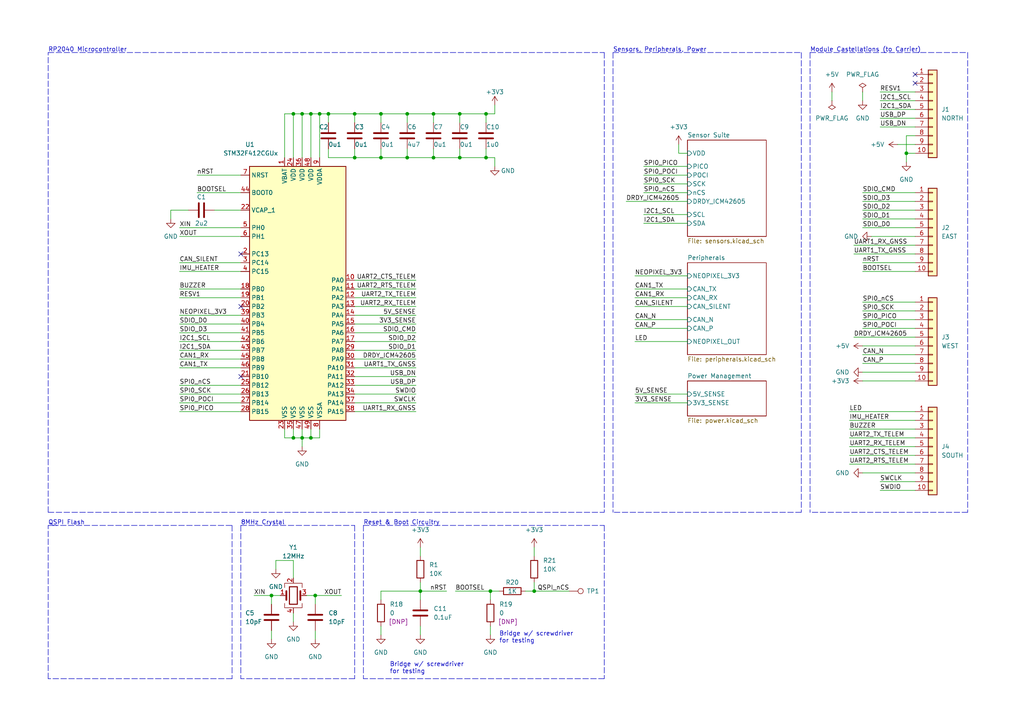
<source format=kicad_sch>
(kicad_sch (version 20211123) (generator eeschema)
  (paper "A4")
  (title_block (date "2022-12-10") (rev "3") (company "Kalyan S, Vincent W, Kai G, Kush N"))
  (lib_symbols
    (symbol "Connector:TestPoint" (pin_numbers hide) (pin_names (offset 0.762) hide)
      (property "Reference" "TP" (at 0 6.858 0))
      (property "Value" "TestPoint" (at 0 5.08 0))
      (symbol "TestPoint_0_1"
        (circle (center 0 3.302) (radius 0.762))
      )
      (symbol "TestPoint_1_1"
        (pin passive line (at 0 0 90) (length 2.54) (name "1") (number "1"))
      )
    )
    (symbol "Connector_Generic:Conn_01x10" (pin_names (offset 1.016) hide)
      (property "Reference" "J" (at 0 12.7 0))
      (property "Value" "Conn_01x10" (at 0 -15.24 0))
      (symbol "Conn_01x10_1_1"
        (rectangle (start -1.27 -12.573) (end 0 -12.827) (stroke (width 0.1524)))
        (rectangle (start -1.27 -10.033) (end 0 -10.287) (stroke (width 0.1524)))
        (rectangle (start -1.27 -7.493) (end 0 -7.747) (stroke (width 0.1524)))
        (rectangle (start -1.27 -4.953) (end 0 -5.207) (stroke (width 0.1524)))
        (rectangle (start -1.27 -2.413) (end 0 -2.667) (stroke (width 0.1524)))
        (rectangle (start -1.27 0.127) (end 0 -0.127) (stroke (width 0.1524)))
        (rectangle (start -1.27 2.667) (end 0 2.413) (stroke (width 0.1524)))
        (rectangle (start -1.27 5.207) (end 0 4.953) (stroke (width 0.1524)))
        (rectangle (start -1.27 7.747) (end 0 7.493) (stroke (width 0.1524)))
        (rectangle (start -1.27 10.287) (end 0 10.033) (stroke (width 0.1524)))
        (rectangle (start -1.27 11.43) (end 1.27 -13.97) (stroke (width 0.254)) (fill (type background)))
        (pin passive line (at -5.08 10.16 0) (length 3.81) (name "Pin_1") (number "1"))
        (pin passive line (at -5.08 -12.7 0) (length 3.81) (name "Pin_10") (number "10"))
        (pin passive line (at -5.08 7.62 0) (length 3.81) (name "Pin_2") (number "2"))
        (pin passive line (at -5.08 5.08 0) (length 3.81) (name "Pin_3") (number "3"))
        (pin passive line (at -5.08 2.54 0) (length 3.81) (name "Pin_4") (number "4"))
        (pin passive line (at -5.08 0 0) (length 3.81) (name "Pin_5") (number "5"))
        (pin passive line (at -5.08 -2.54 0) (length 3.81) (name "Pin_6") (number "6"))
        (pin passive line (at -5.08 -5.08 0) (length 3.81) (name "Pin_7") (number "7"))
        (pin passive line (at -5.08 -7.62 0) (length 3.81) (name "Pin_8") (number "8"))
        (pin passive line (at -5.08 -10.16 0) (length 3.81) (name "Pin_9") (number "9"))
      )
    )
    (symbol "Device:C" (pin_numbers hide) (pin_names (offset 0.254))
      (property "Reference" "C" (at 0.635 2.54 0))
      (property "Value" "C" (at 0.635 -2.54 0))
      (symbol "C_0_1"
        (polyline (pts (xy -2.032 -0.762) (xy 2.032 -0.762)) (stroke (width 0.508)))
        (polyline (pts (xy -2.032 0.762) (xy 2.032 0.762)) (stroke (width 0.508)))
      )
      (symbol "C_1_1"
        (pin passive line (at 0 3.81 270) (length 2.794) (name "~") (number "1"))
        (pin passive line (at 0 -3.81 90) (length 2.794) (name "~") (number "2"))
      )
    )
    (symbol "Device:Crystal_GND24" (pin_names (offset 1.016) hide)
      (property "Reference" "Y" (at 3.175 5.08 0))
      (property "Value" "Crystal_GND24" (at 3.175 3.175 0))
      (symbol "Crystal_GND24_0_1"
        (rectangle (start -1.143 2.54) (end 1.143 -2.54) (stroke (width 0.3048)))
        (polyline (pts (xy -2.54 0) (xy -2.032 0)))
        (polyline (pts (xy -2.032 -1.27) (xy -2.032 1.27)) (stroke (width 0.508)))
        (polyline (pts (xy 0 -3.81) (xy 0 -3.556)))
        (polyline (pts (xy 0 3.556) (xy 0 3.81)))
        (polyline (pts (xy 2.032 -1.27) (xy 2.032 1.27)) (stroke (width 0.508)))
        (polyline (pts (xy 2.032 0) (xy 2.54 0)))
        (polyline (pts (xy -2.54 -2.286) (xy -2.54 -3.556) (xy 2.54 -3.556) (xy 2.54 -2.286)))
        (polyline (pts (xy -2.54 2.286) (xy -2.54 3.556) (xy 2.54 3.556) (xy 2.54 2.286)))
      )
      (symbol "Crystal_GND24_1_1"
        (pin passive line (at -3.81 0 0) (length 1.27) (name "1") (number "1"))
        (pin passive line (at 0 5.08 270) (length 1.27) (name "2") (number "2"))
        (pin passive line (at 3.81 0 180) (length 1.27) (name "3") (number "3"))
        (pin passive line (at 0 -5.08 90) (length 1.27) (name "4") (number "4"))
      )
    )
    (symbol "Device:R" (pin_numbers hide) (pin_names (offset 0))
      (property "Reference" "R" (at 2.032 0 90))
      (property "Value" "R" (at 0 0 90))
      (symbol "R_0_1"
        (rectangle (start -1.016 -2.54) (end 1.016 2.54) (stroke (width 0.254)))
      )
      (symbol "R_1_1"
        (pin passive line (at 0 3.81 270) (length 1.27) (name "~") (number "1"))
        (pin passive line (at 0 -3.81 90) (length 1.27) (name "~") (number "2"))
      )
    )
    (symbol "MCU_ST_STM32F4:STM32F412CGUx"
      (property "Reference" "U" (at -15.24 36.83 0))
      (property "Value" "STM32F412CGUx" (at 7.62 36.83 0))
      (symbol "STM32F412CGUx_0_1"
        (rectangle (start -15.24 -38.1) (end 12.7 35.56) (stroke (width 0.254)) (fill (type background)))
      )
      (symbol "STM32F412CGUx_1_1"
        (pin power_in line (at -5.08 38.1 270) (length 2.54) (name "VBAT") (number "1"))
        (pin bidirectional line (at 15.24 2.54 180) (length 2.54) (name "PA0") (number "10"))
        (pin bidirectional line (at 15.24 0 180) (length 2.54) (name "PA1") (number "11"))
        (pin bidirectional line (at 15.24 -2.54 180) (length 2.54) (name "PA2") (number "12"))
        (pin bidirectional line (at 15.24 -5.08 180) (length 2.54) (name "PA3") (number "13"))
        (pin bidirectional line (at 15.24 -7.62 180) (length 2.54) (name "PA4") (number "14"))
        (pin bidirectional line (at 15.24 -10.16 180) (length 2.54) (name "PA5") (number "15"))
        (pin bidirectional line (at 15.24 -12.7 180) (length 2.54) (name "PA6") (number "16"))
        (pin bidirectional line (at 15.24 -15.24 180) (length 2.54) (name "PA7") (number "17"))
        (pin bidirectional line (at -17.78 0 0) (length 2.54) (name "PB0") (number "18"))
        (pin bidirectional line (at -17.78 -2.54 0) (length 2.54) (name "PB1") (number "19"))
        (pin bidirectional line (at -17.78 10.16 0) (length 2.54) (name "PC13") (number "2"))
        (pin bidirectional line (at -17.78 -5.08 0) (length 2.54) (name "PB2") (number "20"))
        (pin bidirectional line (at -17.78 -25.4 0) (length 2.54) (name "PB10") (number "21"))
        (pin power_in line (at -17.78 22.86 0) (length 2.54) (name "VCAP_1") (number "22"))
        (pin power_in line (at -5.08 -40.64 90) (length 2.54) (name "VSS") (number "23"))
        (pin power_in line (at -2.54 38.1 270) (length 2.54) (name "VDD") (number "24"))
        (pin bidirectional line (at -17.78 -27.94 0) (length 2.54) (name "PB12") (number "25"))
        (pin bidirectional line (at -17.78 -30.48 0) (length 2.54) (name "PB13") (number "26"))
        (pin bidirectional line (at -17.78 -33.02 0) (length 2.54) (name "PB14") (number "27"))
        (pin bidirectional line (at -17.78 -35.56 0) (length 2.54) (name "PB15") (number "28"))
        (pin bidirectional line (at 15.24 -17.78 180) (length 2.54) (name "PA8") (number "29"))
        (pin bidirectional line (at -17.78 7.62 0) (length 2.54) (name "PC14") (number "3"))
        (pin bidirectional line (at 15.24 -20.32 180) (length 2.54) (name "PA9") (number "30"))
        (pin bidirectional line (at 15.24 -22.86 180) (length 2.54) (name "PA10") (number "31"))
        (pin bidirectional line (at 15.24 -25.4 180) (length 2.54) (name "PA11") (number "32"))
        (pin bidirectional line (at 15.24 -27.94 180) (length 2.54) (name "PA12") (number "33"))
        (pin bidirectional line (at 15.24 -30.48 180) (length 2.54) (name "PA13") (number "34"))
        (pin power_in line (at -2.54 -40.64 90) (length 2.54) (name "VSS") (number "35"))
        (pin power_in line (at 0 38.1 270) (length 2.54) (name "VDD") (number "36"))
        (pin bidirectional line (at 15.24 -33.02 180) (length 2.54) (name "PA14") (number "37"))
        (pin bidirectional line (at 15.24 -35.56 180) (length 2.54) (name "PA15") (number "38"))
        (pin bidirectional line (at -17.78 -7.62 0) (length 2.54) (name "PB3") (number "39"))
        (pin bidirectional line (at -17.78 5.08 0) (length 2.54) (name "PC15") (number "4"))
        (pin bidirectional line (at -17.78 -10.16 0) (length 2.54) (name "PB4") (number "40"))
        (pin bidirectional line (at -17.78 -12.7 0) (length 2.54) (name "PB5") (number "41"))
        (pin bidirectional line (at -17.78 -15.24 0) (length 2.54) (name "PB6") (number "42"))
        (pin bidirectional line (at -17.78 -17.78 0) (length 2.54) (name "PB7") (number "43"))
        (pin input line (at -17.78 27.94 0) (length 2.54) (name "BOOT0") (number "44"))
        (pin bidirectional line (at -17.78 -20.32 0) (length 2.54) (name "PB8") (number "45"))
        (pin bidirectional line (at -17.78 -22.86 0) (length 2.54) (name "PB9") (number "46"))
        (pin power_in line (at 0 -40.64 90) (length 2.54) (name "VSS") (number "47"))
        (pin power_in line (at 2.54 38.1 270) (length 2.54) (name "VDD") (number "48"))
        (pin power_in line (at 2.54 -40.64 90) (length 2.54) (name "VSS") (number "49"))
        (pin input line (at -17.78 17.78 0) (length 2.54) (name "PH0") (number "5"))
        (pin input line (at -17.78 15.24 0) (length 2.54) (name "PH1") (number "6"))
        (pin input line (at -17.78 33.02 0) (length 2.54) (name "NRST") (number "7"))
        (pin power_in line (at 5.08 -40.64 90) (length 2.54) (name "VSSA") (number "8"))
        (pin power_in line (at 5.08 38.1 270) (length 2.54) (name "VDDA") (number "9"))
      )
    )
    (symbol "power:+3V3" (power) (pin_names (offset 0))
      (property "Value" "+3V3" (at 0 3.556 0))
      (symbol "+3V3_0_1"
        (polyline (pts (xy -0.762 1.27) (xy 0 2.54)))
        (polyline (pts (xy 0 0) (xy 0 2.54)))
        (polyline (pts (xy 0 2.54) (xy 0.762 1.27)))
      )
      (symbol "+3V3_1_1"
        (pin power_in line (at 0 0 90) (length 0) hide (name "+3V3") (number "1"))
      )
    )
    (symbol "power:+5V" (power) (pin_names (offset 0))
      (property "Value" "+5V" (at 0 3.556 0))
      (symbol "+5V_0_1"
        (polyline (pts (xy -0.762 1.27) (xy 0 2.54)))
        (polyline (pts (xy 0 0) (xy 0 2.54)))
        (polyline (pts (xy 0 2.54) (xy 0.762 1.27)))
      )
      (symbol "+5V_1_1"
        (pin power_in line (at 0 0 90) (length 0) hide (name "+5V") (number "1"))
      )
    )
    (symbol "power:GND" (power) (pin_names (offset 0))
      (property "Value" "GND" (at 0 -3.81 0))
      (symbol "GND_0_1"
        (polyline (pts (xy 0 0) (xy 0 -1.27) (xy 1.27 -1.27) (xy 0 -2.54) (xy -1.27 -1.27) (xy 0 -1.27)))
      )
      (symbol "GND_1_1"
        (pin power_in line (at 0 0 270) (length 0) hide (name "GND") (number "1"))
      )
    )
    (symbol "power:PWR_FLAG" (power) (pin_numbers hide) (pin_names (offset 0) hide)
      (property "Value" "PWR_FLAG" (at 0 3.81 0))
      (symbol "PWR_FLAG_0_0"
        (pin power_out line (at 0 0 90) (length 0) (name "pwr") (number "1"))
      )
      (symbol "PWR_FLAG_0_1"
        (polyline (pts (xy 0 0) (xy 0 1.27) (xy -1.016 1.905) (xy 0 2.54) (xy 1.016 1.905) (xy 0 1.27)))
      )
    )
  )
  (junction (at 87.63 127))
  (junction (at 78.74 172.72))
  (junction (at 85.09 127))
  (junction (at 154.94 171.45))
  (junction (at 91.44 172.72) (diameter 0.9144))
  (junction (at 140.97 45.72))
  (junction (at 118.11 33.02))
  (junction (at 125.73 45.72))
  (junction (at 110.49 33.02))
  (junction (at 142.24 171.45))
  (junction (at 102.87 45.72))
  (junction (at 110.49 45.72))
  (junction (at 85.09 33.02))
  (junction (at 102.87 33.02))
  (junction (at 95.25 33.02) (diameter 0.9144))
  (junction (at 90.17 33.02))
  (junction (at 92.71 33.02))
  (junction (at 140.97 33.02))
  (junction (at 121.92 171.45))
  (junction (at 125.73 33.02))
  (junction (at 87.63 33.02))
  (junction (at 133.35 33.02))
  (junction (at 90.17 127))
  (junction (at 118.11 45.72))
  (junction (at 262.89 44.45))
  (junction (at 133.35 45.72))
  (no_connect (at 69.85 109.22))
  (no_connect (at 265.43 24.13))
  (no_connect (at 69.85 88.9))
  (no_connect (at 69.85 73.66))
  (no_connect (at 265.43 21.59))
  (wire (pts (xy 54.61 60.96) (xy 49.53 60.96)))
  (wire (pts (xy 118.11 45.72) (xy 125.73 45.72)))
  (wire (pts (xy 260.35 41.91) (xy 265.43 41.91)))
  (wire (pts (xy 184.15 99.06) (xy 199.39 99.06)))
  (wire (pts (xy 186.69 53.34) (xy 199.39 53.34)))
  (wire (pts (xy 102.87 33.02) (xy 102.87 35.56)))
  (wire (pts (xy 255.27 26.67) (xy 265.43 26.67)))
  (polyline (pts (xy 234.95 15.24) (xy 234.95 148.59)))
  (wire (pts (xy 91.44 182.88) (xy 91.44 185.42)))
  (wire (pts (xy 102.87 83.82) (xy 120.65 83.82)))
  (polyline (pts (xy 67.31 196.85) (xy 13.97 196.85)))
  (wire (pts (xy 250.19 55.88) (xy 265.43 55.88)))
  (wire (pts (xy 250.19 110.49) (xy 265.43 110.49)))
  (wire (pts (xy 133.35 45.72) (xy 140.97 45.72)))
  (wire (pts (xy 85.09 177.8) (xy 85.09 180.34)))
  (polyline (pts (xy 69.85 152.4) (xy 102.87 152.4)))
  (wire (pts (xy 52.07 111.76) (xy 69.85 111.76)))
  (wire (pts (xy 110.49 33.02) (xy 118.11 33.02)))
  (wire (pts (xy 52.07 116.84) (xy 69.85 116.84)))
  (wire (pts (xy 91.44 172.72) (xy 88.9 172.72)))
  (wire (pts (xy 91.44 172.72) (xy 99.06 172.72)))
  (wire (pts (xy 92.71 33.02) (xy 95.25 33.02)))
  (polyline (pts (xy 175.26 152.4) (xy 175.26 196.85)))
  (polyline (pts (xy 13.97 152.4) (xy 16.51 152.4)))
  (wire (pts (xy 250.19 76.2) (xy 265.43 76.2)))
  (wire (pts (xy 184.15 88.9) (xy 199.39 88.9)))
  (polyline (pts (xy 232.41 15.24) (xy 232.41 148.59)))
  (wire (pts (xy 102.87 93.98) (xy 120.65 93.98)))
  (wire (pts (xy 250.19 87.63) (xy 265.43 87.63)))
  (wire (pts (xy 250.19 105.41) (xy 265.43 105.41)))
  (wire (pts (xy 87.63 33.02) (xy 85.09 33.02)))
  (wire (pts (xy 57.15 50.8) (xy 69.85 50.8)))
  (wire (pts (xy 52.07 68.58) (xy 69.85 68.58)))
  (polyline (pts (xy 234.95 15.24) (xy 280.67 15.24)))
  (polyline (pts (xy 13.97 196.85) (xy 13.97 152.4)))
  (wire (pts (xy 250.19 26.67) (xy 250.19 29.21)))
  (wire (pts (xy 184.15 95.25) (xy 199.39 95.25)))
  (wire (pts (xy 90.17 33.02) (xy 90.17 45.72)))
  (wire (pts (xy 250.19 95.25) (xy 265.43 95.25)))
  (polyline (pts (xy 232.41 148.59) (xy 177.8 148.59)))
  (wire (pts (xy 184.15 80.01) (xy 199.39 80.01)))
  (wire (pts (xy 262.89 44.45) (xy 262.89 46.99)))
  (wire (pts (xy 142.24 181.61) (xy 142.24 184.15)))
  (wire (pts (xy 118.11 33.02) (xy 125.73 33.02)))
  (wire (pts (xy 102.87 45.72) (xy 110.49 45.72)))
  (wire (pts (xy 102.87 119.38) (xy 120.65 119.38)))
  (wire (pts (xy 265.43 58.42) (xy 250.19 58.42)))
  (wire (pts (xy 133.35 33.02) (xy 140.97 33.02)))
  (wire (pts (xy 143.51 30.48) (xy 143.51 33.02)))
  (wire (pts (xy 246.38 121.92) (xy 265.43 121.92)))
  (wire (pts (xy 57.15 55.88) (xy 69.85 55.88)))
  (wire (pts (xy 69.85 99.06) (xy 52.07 99.06)))
  (polyline (pts (xy 280.67 148.59) (xy 234.95 148.59)))
  (polyline (pts (xy 177.8 15.24) (xy 232.41 15.24)))
  (wire (pts (xy 246.38 119.38) (xy 265.43 119.38)))
  (wire (pts (xy 69.85 119.38) (xy 52.07 119.38)))
  (wire (pts (xy 102.87 99.06) (xy 120.65 99.06)))
  (polyline (pts (xy 67.31 152.4) (xy 67.31 196.85)))
  (wire (pts (xy 184.15 86.36) (xy 199.39 86.36)))
  (wire (pts (xy 102.87 109.22) (xy 120.65 109.22)))
  (wire (pts (xy 252.73 68.58) (xy 265.43 68.58)))
  (wire (pts (xy 184.15 116.84) (xy 199.39 116.84)))
  (wire (pts (xy 52.07 66.04) (xy 69.85 66.04)))
  (wire (pts (xy 118.11 33.02) (xy 118.11 35.56)))
  (wire (pts (xy 250.19 90.17) (xy 265.43 90.17)))
  (wire (pts (xy 102.87 33.02) (xy 110.49 33.02)))
  (wire (pts (xy 255.27 34.29) (xy 265.43 34.29)))
  (wire (pts (xy 250.19 66.04) (xy 265.43 66.04)))
  (polyline (pts (xy 105.41 152.4) (xy 175.26 152.4)))
  (wire (pts (xy 152.4 171.45) (xy 154.94 171.45)))
  (polyline (pts (xy 13.97 15.24) (xy 175.26 15.24)))
  (wire (pts (xy 181.61 58.42) (xy 199.39 58.42)))
  (wire (pts (xy 110.49 181.61) (xy 110.49 184.15)))
  (wire (pts (xy 80.01 162.56) (xy 85.09 162.56)))
  (polyline (pts (xy 13.97 148.59) (xy 175.26 148.59)))
  (polyline (pts (xy 15.24 152.4) (xy 67.31 152.4)))
  (wire (pts (xy 125.73 33.02) (xy 133.35 33.02)))
  (wire (pts (xy 95.25 33.02) (xy 102.87 33.02)))
  (wire (pts (xy 246.38 129.54) (xy 265.43 129.54)))
  (wire (pts (xy 82.55 33.02) (xy 82.55 45.72)))
  (wire (pts (xy 140.97 33.02) (xy 143.51 33.02)))
  (wire (pts (xy 265.43 39.37) (xy 262.89 39.37)))
  (wire (pts (xy 90.17 124.46) (xy 90.17 127)))
  (wire (pts (xy 85.09 127) (xy 82.55 127)))
  (wire (pts (xy 241.3 26.67) (xy 241.3 29.21)))
  (wire (pts (xy 85.09 127) (xy 85.09 124.46)))
  (wire (pts (xy 85.09 162.56) (xy 85.09 167.64)))
  (wire (pts (xy 186.69 48.26) (xy 199.39 48.26)))
  (wire (pts (xy 90.17 33.02) (xy 87.63 33.02)))
  (wire (pts (xy 110.49 171.45) (xy 121.92 171.45)))
  (polyline (pts (xy 102.87 152.4) (xy 102.87 196.85)))
  (wire (pts (xy 102.87 106.68) (xy 120.65 106.68)))
  (wire (pts (xy 85.09 33.02) (xy 82.55 33.02)))
  (wire (pts (xy 132.08 171.45) (xy 142.24 171.45)))
  (wire (pts (xy 102.87 86.36) (xy 120.65 86.36)))
  (wire (pts (xy 121.92 181.61) (xy 121.92 184.15)))
  (wire (pts (xy 87.63 127) (xy 85.09 127)))
  (wire (pts (xy 262.89 39.37) (xy 262.89 44.45)))
  (polyline (pts (xy 280.67 15.24) (xy 280.67 148.59)))
  (wire (pts (xy 102.87 88.9) (xy 120.65 88.9)))
  (wire (pts (xy 92.71 45.72) (xy 92.71 33.02)))
  (wire (pts (xy 140.97 43.18) (xy 140.97 45.72)))
  (wire (pts (xy 90.17 127) (xy 92.71 127)))
  (wire (pts (xy 95.25 35.56) (xy 95.25 33.02)))
  (wire (pts (xy 142.24 171.45) (xy 142.24 173.99)))
  (wire (pts (xy 118.11 43.18) (xy 118.11 45.72)))
  (wire (pts (xy 125.73 33.02) (xy 125.73 35.56)))
  (wire (pts (xy 62.23 60.96) (xy 69.85 60.96)))
  (wire (pts (xy 250.19 92.71) (xy 265.43 92.71)))
  (wire (pts (xy 265.43 60.96) (xy 250.19 60.96)))
  (wire (pts (xy 110.49 171.45) (xy 110.49 173.99)))
  (polyline (pts (xy 13.97 148.59) (xy 13.97 15.24)))
  (wire (pts (xy 87.63 124.46) (xy 87.63 127)))
  (wire (pts (xy 255.27 142.24) (xy 265.43 142.24)))
  (wire (pts (xy 102.87 43.18) (xy 102.87 45.72)))
  (polyline (pts (xy 177.8 15.24) (xy 177.8 148.59)))
  (wire (pts (xy 102.87 114.3) (xy 120.65 114.3)))
  (wire (pts (xy 102.87 101.6) (xy 120.65 101.6)))
  (wire (pts (xy 186.69 64.77) (xy 199.39 64.77)))
  (wire (pts (xy 110.49 33.02) (xy 110.49 35.56)))
  (polyline (pts (xy 69.85 152.4) (xy 69.85 196.85)))
  (wire (pts (xy 144.78 171.45) (xy 142.24 171.45)))
  (wire (pts (xy 82.55 127) (xy 82.55 124.46)))
  (wire (pts (xy 69.85 86.36) (xy 52.07 86.36)))
  (polyline (pts (xy 105.41 152.4) (xy 105.41 196.85)))
  (wire (pts (xy 255.27 29.21) (xy 265.43 29.21)))
  (wire (pts (xy 154.94 171.45) (xy 165.1 171.45)))
  (polyline (pts (xy 175.26 15.24) (xy 175.26 148.59)))
  (wire (pts (xy 69.85 101.6) (xy 52.07 101.6)))
  (wire (pts (xy 52.07 91.44) (xy 69.85 91.44)))
  (wire (pts (xy 78.74 182.88) (xy 78.74 185.42)))
  (wire (pts (xy 102.87 81.28) (xy 120.65 81.28)))
  (polyline (pts (xy 102.87 196.85) (xy 69.85 196.85)))
  (wire (pts (xy 69.85 106.68) (xy 52.07 106.68)))
  (wire (pts (xy 102.87 111.76) (xy 120.65 111.76)))
  (wire (pts (xy 154.94 158.75) (xy 154.94 161.29)))
  (wire (pts (xy 247.65 97.79) (xy 265.43 97.79)))
  (wire (pts (xy 102.87 91.44) (xy 120.65 91.44)))
  (wire (pts (xy 80.01 165.1) (xy 80.01 162.56)))
  (polyline (pts (xy 175.26 196.85) (xy 105.41 196.85)))
  (wire (pts (xy 246.38 124.46) (xy 265.43 124.46)))
  (wire (pts (xy 69.85 93.98) (xy 52.07 93.98)))
  (wire (pts (xy 92.71 33.02) (xy 90.17 33.02)))
  (wire (pts (xy 255.27 36.83) (xy 265.43 36.83)))
  (wire (pts (xy 262.89 44.45) (xy 265.43 44.45)))
  (wire (pts (xy 246.38 127) (xy 265.43 127)))
  (wire (pts (xy 73.66 172.72) (xy 78.74 172.72)))
  (wire (pts (xy 250.19 78.74) (xy 265.43 78.74)))
  (wire (pts (xy 250.19 137.16) (xy 265.43 137.16)))
  (wire (pts (xy 95.25 45.72) (xy 95.25 43.18)))
  (wire (pts (xy 186.69 62.23) (xy 199.39 62.23)))
  (wire (pts (xy 102.87 96.52) (xy 120.65 96.52)))
  (wire (pts (xy 121.92 158.75) (xy 121.92 161.29)))
  (wire (pts (xy 85.09 33.02) (xy 85.09 45.72)))
  (wire (pts (xy 255.27 31.75) (xy 265.43 31.75)))
  (wire (pts (xy 196.85 41.91) (xy 196.85 44.45)))
  (wire (pts (xy 184.15 114.3) (xy 199.39 114.3)))
  (wire (pts (xy 110.49 45.72) (xy 118.11 45.72)))
  (wire (pts (xy 184.15 83.82) (xy 199.39 83.82)))
  (wire (pts (xy 250.19 100.33) (xy 265.43 100.33)))
  (wire (pts (xy 52.07 114.3) (xy 69.85 114.3)))
  (wire (pts (xy 250.19 107.95) (xy 265.43 107.95)))
  (wire (pts (xy 69.85 76.2) (xy 52.07 76.2)))
  (wire (pts (xy 133.35 43.18) (xy 133.35 45.72)))
  (wire (pts (xy 255.27 139.7) (xy 265.43 139.7)))
  (wire (pts (xy 102.87 45.72) (xy 95.25 45.72)))
  (wire (pts (xy 78.74 175.26) (xy 78.74 172.72)))
  (wire (pts (xy 184.15 92.71) (xy 199.39 92.71)))
  (wire (pts (xy 87.63 33.02) (xy 87.63 45.72)))
  (wire (pts (xy 52.07 78.74) (xy 69.85 78.74)))
  (wire (pts (xy 110.49 43.18) (xy 110.49 45.72)))
  (wire (pts (xy 78.74 172.72) (xy 81.28 172.72)))
  (wire (pts (xy 196.85 44.45) (xy 199.39 44.45)))
  (wire (pts (xy 69.85 96.52) (xy 52.07 96.52)))
  (wire (pts (xy 247.65 71.12) (xy 265.43 71.12)))
  (wire (pts (xy 121.92 171.45) (xy 121.92 173.99)))
  (wire (pts (xy 140.97 45.72) (xy 143.51 45.72)))
  (wire (pts (xy 102.87 104.14) (xy 120.65 104.14)))
  (wire (pts (xy 247.65 73.66) (xy 265.43 73.66)))
  (wire (pts (xy 125.73 43.18) (xy 125.73 45.72)))
  (wire (pts (xy 125.73 45.72) (xy 133.35 45.72)))
  (wire (pts (xy 69.85 104.14) (xy 52.07 104.14)))
  (wire (pts (xy 140.97 33.02) (xy 140.97 35.56)))
  (wire (pts (xy 133.35 33.02) (xy 133.35 35.56)))
  (wire (pts (xy 121.92 171.45) (xy 129.54 171.45)))
  (wire (pts (xy 92.71 127) (xy 92.71 124.46)))
  (wire (pts (xy 246.38 132.08) (xy 265.43 132.08)))
  (wire (pts (xy 186.69 50.8) (xy 199.39 50.8)))
  (wire (pts (xy 102.87 116.84) (xy 120.65 116.84)))
  (wire (pts (xy 265.43 63.5) (xy 250.19 63.5)))
  (wire (pts (xy 186.69 55.88) (xy 199.39 55.88)))
  (wire (pts (xy 143.51 45.72) (xy 143.51 48.26)))
  (wire (pts (xy 87.63 127) (xy 87.63 129.54)))
  (wire (pts (xy 154.94 168.91) (xy 154.94 171.45)))
  (wire (pts (xy 49.53 60.96) (xy 49.53 63.5)))
  (wire (pts (xy 69.85 83.82) (xy 52.07 83.82)))
  (wire (pts (xy 121.92 168.91) (xy 121.92 171.45)))
  (wire (pts (xy 91.44 175.26) (xy 91.44 172.72)))
  (wire (pts (xy 87.63 127) (xy 90.17 127)))
  (wire (pts (xy 250.19 102.87) (xy 265.43 102.87)))
  (wire (pts (xy 246.38 134.62) (xy 265.43 134.62)))
  (text "Bridge w/ screwdriver\nfor testing" (at 144.78 186.69 0) (effects (font (size 1.27 1.27)) (justify left bottom)))
  (text "RP2040 Microcontroller" (at 13.97 15.24 0) (effects (font (size 1.27 1.27)) (justify left bottom)))
  (text "QSPI Flash" (at 13.97 152.4 0) (effects (font (size 1.27 1.27)) (justify left bottom)))
  (text "8MHz Crystal" (at 69.85 152.4 0) (effects (font (size 1.27 1.27)) (justify left bottom)))
  (text "Module Castellations (to Carrier)" (at 234.95 15.24 0) (effects (font (size 1.27 1.27)) (justify left bottom)))
  (text "Bridge w/ screwdriver\nfor testing" (at 113.03 195.58 0) (effects (font (size 1.27 1.27)) (justify left bottom)))
  (text "Sensors, Peripherals, Power" (at 177.8 15.24 0) (effects (font (size 1.27 1.27)) (justify left bottom)))
  (text "Reset & Boot Circuitry" (at 105.41 152.4 0) (effects (font (size 1.27 1.27)) (justify left bottom)))
  (label "SDIO_D0" (at 52.07 93.98 0))
  (label "3V3_SENSE" (at 120.65 93.98 180))
  (label "SPI0_nCS" (at 186.69 55.88 0))
  (label "CAN_N" (at 250.19 102.87 0))
  (label "UART2_RTS_TELEM" (at 120.65 83.82 180))
  (label "I2C1_SDA" (at 52.07 101.6 0))
  (label "nRST" (at 57.15 50.8 0))
  (label "SPI0_SCK" (at 186.69 53.34 0))
  (label "IMU_HEATER" (at 246.38 121.92 0))
  (label "BUZZER" (at 52.07 83.82 0))
  (label "CAN_N" (at 184.15 92.71 0))
  (label "SWCLK" (at 120.65 116.84 180))
  (label "SWDIO" (at 255.27 142.24 0))
  (label "UART2_CTS_TELEM" (at 120.65 81.28 180))
  (label "CAN1_RX" (at 52.07 104.14 0))
  (label "SDIO_CMD" (at 250.19 55.88 0))
  (label "5V_SENSE" (at 184.15 114.3 0))
  (label "QSPI_nCS" (at 165.1 171.45 180))
  (label "SPI0_POCI" (at 52.07 116.84 0))
  (label "nRST" (at 129.54 171.45 180))
  (label "UART1_RX_GNSS" (at 120.65 119.38 180))
  (label "BOOTSEL" (at 132.08 171.45 0))
  (label "SDIO_D3" (at 250.19 58.42 0))
  (label "nRST" (at 250.19 76.2 0))
  (label "SPI0_POCI" (at 250.19 95.25 0))
  (label "NEOPIXEL_3V3" (at 184.15 80.01 0))
  (label "UART1_RX_GNSS" (at 247.65 71.12 0))
  (label "I2C1_SCL" (at 186.69 62.23 0))
  (label "UART1_TX_GNSS" (at 247.65 73.66 0))
  (label "IMU_HEATER" (at 52.07 78.74 0))
  (label "XOUT" (at 99.06 172.72 180))
  (label "UART2_CTS_TELEM" (at 246.38 132.08 0))
  (label "BOOTSEL" (at 57.15 55.88 0))
  (label "SDIO_D1" (at 120.65 101.6 180))
  (label "I2C1_SCL" (at 255.27 29.21 0))
  (label "SDIO_D2" (at 250.19 60.96 0))
  (label "USB_DN" (at 120.65 109.22 180))
  (label "DRDY_ICM42605" (at 247.65 97.79 0))
  (label "SDIO_D0" (at 250.19 66.04 0))
  (label "5V_SENSE" (at 120.65 91.44 180))
  (label "BOOTSEL" (at 250.19 78.74 0))
  (label "SWCLK" (at 255.27 139.7 0))
  (label "XOUT" (at 52.07 68.58 0))
  (label "CAN_P" (at 184.15 95.25 0))
  (label "CAN1_RX" (at 184.15 86.36 0))
  (label "XIN" (at 73.66 172.72 0))
  (label "SPI0_PICO" (at 250.19 92.71 0))
  (label "UART2_RTS_TELEM" (at 246.38 134.62 0))
  (label "I2C1_SDA" (at 255.27 31.75 0))
  (label "LED" (at 184.15 99.06 0))
  (label "DRDY_ICM42605" (at 120.65 104.14 180))
  (label "SWDIO" (at 120.65 114.3 180))
  (label "CAN_SILENT" (at 184.15 88.9 0))
  (label "SPI0_SCK" (at 52.07 114.3 0))
  (label "USB_DP" (at 120.65 111.76 180))
  (label "SPI0_nCS" (at 52.07 111.76 0))
  (label "SPI0_SCK" (at 250.19 90.17 0))
  (label "SDIO_CMD" (at 120.65 96.52 180))
  (label "USB_DN" (at 255.27 36.83 0))
  (label "UART2_RX_TELEM" (at 120.65 88.9 180))
  (label "UART2_TX_TELEM" (at 246.38 127 0))
  (label "I2C1_SCL" (at 52.07 99.06 0))
  (label "SDIO_D1" (at 250.19 63.5 0))
  (label "NEOPIXEL_3V3" (at 52.07 91.44 0))
  (label "RESV1" (at 255.27 26.67 0))
  (label "SDIO_D3" (at 52.07 96.52 0))
  (label "3V3_SENSE" (at 184.15 116.84 0))
  (label "SPI0_nCS" (at 250.19 87.63 0))
  (label "LED" (at 246.38 119.38 0))
  (label "SPI0_PICO" (at 186.69 48.26 0))
  (label "I2C1_SDA" (at 186.69 64.77 0))
  (label "SPI0_POCI" (at 186.69 50.8 0))
  (label "UART1_TX_GNSS" (at 120.65 106.68 180))
  (label "UART2_TX_TELEM" (at 120.65 86.36 180))
  (label "CAN_P" (at 250.19 105.41 0))
  (label "CAN_SILENT" (at 52.07 76.2 0))
  (label "DRDY_ICM42605" (at 181.61 58.42 0))
  (label "CAN1_TX" (at 52.07 106.68 0))
  (label "SPI0_PICO" (at 52.07 119.38 0))
  (label "RESV1" (at 52.07 86.36 0))
  (label "BUZZER" (at 246.38 124.46 0))
  (label "UART2_RX_TELEM" (at 246.38 129.54 0))
  (label "USB_DP" (at 255.27 34.29 0))
  (label "SDIO_D2" (at 120.65 99.06 180))
  (label "CAN1_TX" (at 184.15 83.82 0))
  (label "XIN" (at 52.07 66.04 0))
  (symbol (lib_id "Device:C") (at 125.73 39.37 0) (unit 1)
    (property "Reference" "C7" (at 125.73 36.8299 0) (effects (justify left)))
    (property "Value" "0u1" (at 125.73 41.91 0) (effects (justify left)))
    (property "Footprint" "Capacitor_SMD:C_0201_0603Metric" (effects hide))
  )
  (symbol (lib_id "power:+3V3") (at 154.94 158.75 0) (unit 1)
    (property "Reference" "#PWR049" (effects hide))
    (property "Value" "+3V3" (at 154.94 153.67 0))
  )
  (symbol (lib_id "Device:C") (at 121.92 177.8 0) (unit 1)
    (property "Reference" "C11" (at 125.73 176.5299 0) (effects (justify left)))
    (property "Value" "0.1uF" (at 125.73 179.0699 0) (effects (justify left)))
    (property "Footprint" "Capacitor_SMD:C_0201_0603Metric" (effects hide))
  )
  (symbol (lib_id "Device:C") (at 133.35 39.37 0) (unit 1)
    (property "Reference" "C9" (at 133.35 36.8299 0) (effects (justify left)))
    (property "Value" "0u1" (at 133.35 41.91 0) (effects (justify left)))
    (property "Footprint" "Capacitor_SMD:C_0201_0603Metric" (effects hide))
  )
  (symbol (lib_id "Device:C") (at 140.97 39.37 0) (unit 1)
    (property "Reference" "C10" (at 140.97 36.8299 0) (effects (justify left)))
    (property "Value" "1u0" (at 140.97 41.9099 0) (effects (justify left)))
    (property "Footprint" "Capacitor_SMD:C_0201_0603Metric" (effects hide))
  )
  (symbol (lib_id "power:GND") (at 85.09 180.34 0) (unit 1)
    (property "Reference" "#PWR010" (effects hide))
    (property "Value" "GND" (at 85.09 185.42 0))
  )
  (symbol (lib_id "Device:C") (at 95.25 39.37 0) (mirror y) (unit 1)
    (property "Reference" "C2" (at 95.25 36.8299 0) (effects (justify left)))
    (property "Value" "0u1" (at 95.25 41.91 0) (effects (justify right)))
    (property "Footprint" "Capacitor_SMD:C_0201_0603Metric" (effects hide))
  )
  (symbol (lib_id "power:GND") (at 252.73 68.58 270) (unit 1)
    (property "Reference" "#PWR0109" (effects hide))
    (property "Value" "GND" (at 248.92 68.5799 90) (effects (justify right)))
  )
  (symbol (lib_id "Connector_Generic:Conn_01x10") (at 270.51 66.04 0) (unit 1) (in_bom no)
    (property "Reference" "J2" (at 273.05 66.0399 0) (effects (justify left)))
    (property "Value" "EAST" (at 273.05 68.5799 0) (effects (justify left)))
    (property "Footprint" "picofusion_stamp:PinCastellation_1x10_P2.00mm_Vertical" (effects hide))
  )
  (symbol (lib_id "Device:C") (at 91.44 179.07 0) (unit 1)
    (property "Reference" "C8" (at 95.25 177.7999 0) (effects (justify left)))
    (property "Value" "10pF" (at 95.25 180.3399 0) (effects (justify left)))
    (property "Footprint" "Capacitor_SMD:C_0402_1005Metric" (effects hide))
  )
  (symbol (lib_id "power:GND") (at 143.51 48.26 0) (unit 1)
    (property "Reference" "#PWR04" (effects hide))
    (property "Value" "GND" (at 147.32 49.53 0))
  )
  (symbol (lib_id "power:+3V3") (at 121.92 158.75 0) (unit 1)
    (property "Reference" "#PWR012" (effects hide))
    (property "Value" "+3V3" (at 121.92 153.67 0))
  )
  (symbol (lib_id "power:GND") (at 91.44 185.42 0) (unit 1)
    (property "Reference" "#PWR011" (effects hide))
    (property "Value" "GND" (at 91.44 190.5 0))
  )
  (symbol (lib_id "power:GND") (at 110.49 184.15 0) (unit 1)
    (property "Reference" "#PWR030" (effects hide))
    (property "Value" "GND" (at 110.49 189.23 0))
  )
  (symbol (lib_id "power:+5V") (at 250.19 100.33 90) (unit 1)
    (property "Reference" "#PWR0111" (effects hide))
    (property "Value" "+5V" (at 246.38 100.3299 90) (effects (justify left)))
  )
  (symbol (lib_id "Device:R") (at 154.94 165.1 0) (unit 1)
    (property "Reference" "R21" (at 157.48 162.56 0) (effects (justify left)))
    (property "Value" "10K" (at 157.48 165.1 0) (effects (justify left)))
    (property "Footprint" "Resistor_SMD:R_0402_1005Metric" (effects hide))
  )
  (symbol (lib_id "Device:C") (at 78.74 179.07 0) (unit 1)
    (property "Reference" "C5" (at 71.12 177.8 0) (effects (justify left)))
    (property "Value" "10pF" (at 71.12 180.34 0) (effects (justify left)))
    (property "Footprint" "Capacitor_SMD:C_0402_1005Metric" (effects hide))
  )
  (symbol (lib_id "power:+5V") (at 241.3 26.67 0) (unit 1)
    (property "Reference" "#PWR018" (effects hide))
    (property "Value" "+5V" (at 241.3 21.59 0))
  )
  (symbol (lib_id "MCU_ST_STM32F4:STM32F412CGUx") (at 87.63 83.82 0) (unit 1)
    (property "Reference" "U1" (at 71.12 41.91 0) (effects (justify left)))
    (property "Value" "STM32F412CGUx" (at 64.77 44.45 0) (effects (justify left)))
    (property "Footprint" "Package_DFN_QFN:QFN-48-1EP_7x7mm_P0.5mm_EP5.6x5.6mm" (effects hide))
    (property "Datasheet" "http://www.st.com/st-web-ui/static/active/en/resource/technical/document/datasheet/DM00213872.pdf" (effects hide))
  )
  (symbol (lib_id "power:GND") (at 250.19 107.95 270) (unit 1)
    (property "Reference" "#PWR0108" (effects hide))
    (property "Value" "GND" (at 246.38 107.9499 90) (effects (justify right)))
  )
  (symbol (lib_id "power:GND") (at 49.53 63.5 0) (unit 1)
    (property "Reference" "#PWR01" (effects hide))
    (property "Value" "GND" (at 49.53 68.58 0))
  )
  (symbol (lib_id "power:+3V3") (at 143.51 30.48 0) (unit 1)
    (property "Reference" "#PWR03" (effects hide))
    (property "Value" "+3V3" (at 143.51 26.67 0))
  )
  (symbol (lib_id "Connector_Generic:Conn_01x10") (at 270.51 129.54 0) (unit 1) (in_bom no)
    (property "Reference" "J4" (at 273.05 129.5399 0) (effects (justify left)))
    (property "Value" "SOUTH" (at 273.05 132.0799 0) (effects (justify left)))
    (property "Footprint" "picofusion_stamp:PinCastellation_1x10_P2.00mm_Vertical" (effects hide))
  )
  (symbol (lib_id "Device:R") (at 142.24 177.8 0) (unit 1)
    (property "Reference" "R19" (at 144.78 175.26 0) (effects (justify left)))
    (property "Value" "0" (at 144.78 177.8 0) (effects (justify left)))
    (property "Footprint" "Resistor_SMD:R_0402_1005Metric" (effects hide))
    (property "DNP" "[DNP]" (at 147.32 180.3401 0))
  )
  (symbol (lib_id "power:+5V") (at 260.35 41.91 90) (unit 1)
    (property "Reference" "#PWR0110" (effects hide))
    (property "Value" "+5V" (at 256.54 41.9099 90) (effects (justify left)))
  )
  (symbol (lib_id "power:GND") (at 80.01 165.1 0) (unit 1)
    (property "Reference" "#PWR09" (effects hide))
    (property "Value" "GND" (at 80.01 170.18 0))
  )
  (symbol (lib_id "power:PWR_FLAG") (at 250.19 26.67 0) (unit 1)
    (property "Reference" "#FLG02" (effects hide))
    (property "Value" "PWR_FLAG" (at 250.19 21.59 0))
  )
  (symbol (lib_id "Device:C") (at 102.87 39.37 0) (unit 1)
    (property "Reference" "C3" (at 102.87 36.8299 0) (effects (justify left)))
    (property "Value" "0u1" (at 102.87 41.91 0) (effects (justify left)))
    (property "Footprint" "Capacitor_SMD:C_0201_0603Metric" (effects hide))
  )
  (symbol (lib_id "power:+3V3") (at 196.85 41.91 0) (unit 1)
    (property "Reference" "#PWR020" (effects hide))
    (property "Value" "+3V3" (at 196.85 36.83 0))
  )
  (symbol (lib_id "Device:Crystal_GND24") (at 85.09 172.72 0) (unit 1)
    (property "Reference" "Y1" (at 85.09 158.75 0))
    (property "Value" "12MHz" (at 85.09 161.29 0))
    (property "Footprint" "Crystal:Crystal_SMD_2520-4Pin_2.5x2.0mm" (effects hide))
    (property "Part" "R2520-12.000-10-3030-TR" (effects hide))
  )
  (symbol (lib_id "Connector_Generic:Conn_01x10") (at 270.51 97.79 0) (unit 1) (in_bom no)
    (property "Reference" "J3" (at 273.05 97.7899 0) (effects (justify left)))
    (property "Value" "WEST" (at 273.05 100.3299 0) (effects (justify left)))
    (property "Footprint" "picofusion_stamp:PinCastellation_1x10_P2.00mm_Vertical" (effects hide))
  )
  (symbol (lib_id "Device:R") (at 121.92 165.1 0) (unit 1)
    (property "Reference" "R1" (at 124.46 163.8299 0) (effects (justify left)))
    (property "Value" "10K" (at 124.46 166.3699 0) (effects (justify left)))
    (property "Footprint" "Resistor_SMD:R_0201_0603Metric" (effects hide))
  )
  (symbol (lib_id "power:+3V3") (at 250.19 110.49 90) (unit 1)
    (property "Reference" "#PWR0106" (effects hide))
    (property "Value" "+3V3" (at 246.38 110.4899 90) (effects (justify left)))
  )
  (symbol (lib_id "Device:R") (at 110.49 177.8 0) (unit 1)
    (property "Reference" "R18" (at 113.03 175.26 0) (effects (justify left)))
    (property "Value" "0" (at 113.03 177.8 0) (effects (justify left)))
    (property "Footprint" "Resistor_SMD:R_0402_1005Metric" (effects hide))
    (property "DNP" "[DNP]" (at 115.57 180.3401 0))
  )
  (symbol (lib_id "power:GND") (at 121.92 184.15 0) (unit 1)
    (property "Reference" "#PWR013" (effects hide))
    (property "Value" "GND" (at 121.92 189.23 0))
  )
  (symbol (lib_id "power:GND") (at 250.19 29.21 0) (unit 1)
    (property "Reference" "#PWR019" (effects hide))
    (property "Value" "GND" (at 250.19 34.29 0))
  )
  (symbol (lib_id "Device:C") (at 58.42 60.96 90) (unit 1)
    (property "Reference" "C1" (at 58.42 57.15 90))
    (property "Value" "2u2" (at 58.42 64.77 90))
    (property "Footprint" "Capacitor_SMD:C_0201_0603Metric" (effects hide))
  )
  (symbol (lib_id "power:GND") (at 250.19 137.16 270) (unit 1)
    (property "Reference" "#PWR0107" (effects hide))
    (property "Value" "GND" (at 246.38 137.1599 90) (effects (justify right)))
  )
  (symbol (lib_id "power:GND") (at 262.89 46.99 0) (unit 1)
    (property "Reference" "#PWR0105" (effects hide))
    (property "Value" "GND" (at 262.89 52.07 0))
  )
  (symbol (lib_id "power:PWR_FLAG") (at 241.3 29.21 180) (unit 1)
    (property "Reference" "#FLG01" (effects hide))
    (property "Value" "PWR_FLAG" (at 241.3 34.29 0))
  )
  (symbol (lib_id "Device:C") (at 118.11 39.37 0) (unit 1)
    (property "Reference" "C6" (at 118.11 36.8299 0) (effects (justify left)))
    (property "Value" "4u7" (at 118.11 41.91 0) (effects (justify left)))
    (property "Footprint" "Capacitor_SMD:C_0201_0603Metric" (effects hide))
  )
  (symbol (lib_id "Connector_Generic:Conn_01x10") (at 270.51 31.75 0) (unit 1) (in_bom no)
    (property "Reference" "J1" (at 273.05 31.7499 0) (effects (justify left)))
    (property "Value" "NORTH" (at 273.05 34.2899 0) (effects (justify left)))
    (property "Footprint" "picofusion_stamp:PinCastellation_1x10_P2.00mm_Vertical" (effects hide))
  )
  (symbol (lib_id "Device:C") (at 110.49 39.37 0) (unit 1)
    (property "Reference" "C4" (at 110.49 36.8299 0) (effects (justify left)))
    (property "Value" "0u1" (at 110.49 41.91 0) (effects (justify left)))
    (property "Footprint" "Capacitor_SMD:C_0201_0603Metric" (effects hide))
  )
  (symbol (lib_id "power:GND") (at 87.63 129.54 0) (unit 1)
    (property "Reference" "#PWR02" (effects hide))
    (property "Value" "GND" (at 87.63 134.62 0))
  )
  (symbol (lib_id "power:GND") (at 142.24 184.15 0) (unit 1)
    (property "Reference" "#PWR032" (effects hide))
    (property "Value" "GND" (at 142.24 189.23 0))
  )
  (symbol (lib_id "power:GND") (at 78.74 185.42 0) (unit 1)
    (property "Reference" "#PWR08" (effects hide))
    (property "Value" "GND" (at 78.74 190.5 0))
  )
  (symbol (lib_id "Connector:TestPoint") (at 165.1 171.45 270) (unit 1) (in_bom no)
    (property "Reference" "TP1" (at 170.18 171.4499 90) (effects (justify left)))
    (property "Value" "TestPoint" (effects hide))
    (property "Footprint" "TestPoint:TestPoint_Pad_1.0x1.0mm" (effects hide))
  )
  (symbol (lib_id "Device:R") (at 148.59 171.45 90) (unit 1)
    (property "Reference" "R20" (at 148.59 168.91 90))
    (property "Value" "1K" (at 148.59 171.45 90))
    (property "Footprint" "Resistor_SMD:R_0201_0603Metric" (effects hide))
  )
  (sheet (at 199.39 40.64) (size 22.86 27.94) (stroke (width 0.1524))
    (property "Sheet name" "Sensor Suite" (at 199.39 39.9284 0) (effects (justify left bottom)))
    (property "Sheet file" "sensors.kicad_sch" (at 199.39 69.1646 0) (effects (justify left top)))
    (pin "VDD" input (at 199.39 44.45 180))
    (pin "SDA" input (at 199.39 64.77 180))
    (pin "SCL" input (at 199.39 62.23 180))
    (pin "SCK" input (at 199.39 53.34 180))
    (pin "nCS" input (at 199.39 55.88 180))
    (pin "PICO" input (at 199.39 48.26 180))
    (pin "POCI" input (at 199.39 50.8 180))
    (pin "DRDY_ICM42605" input (at 199.39 58.42 180))
  )
  (sheet (at 199.39 110.49) (size 22.86 10.16) (stroke (width 0.1524))
    (property "Sheet name" "Power Management" (at 199.39 109.7784 0) (effects (justify left bottom)))
    (property "Sheet file" "power.kicad_sch" (at 199.39 121.2346 0) (effects (justify left top)))
    (pin "5V_SENSE" input (at 199.39 114.3 180))
    (pin "3V3_SENSE" input (at 199.39 116.84 180))
  )
  (sheet (at 199.39 76.2) (size 22.86 26.67) (stroke (width 0.1524))
    (property "Sheet name" "Peripherals" (at 199.39 75.4884 0) (effects (justify left bottom)))
    (property "Sheet file" "peripherals.kicad_sch" (at 199.39 103.4546 0) (effects (justify left top)))
    (pin "NEOPIXEL_OUT" input (at 199.39 99.06 180))
    (pin "NEOPIXEL_3V3" input (at 199.39 80.01 180))
    (pin "CAN_N" input (at 199.39 92.71 180))
    (pin "CAN_P" input (at 199.39 95.25 180))
    (pin "CAN_SILENT" input (at 199.39 88.9 180))
    (pin "CAN_TX" input (at 199.39 83.82 180))
    (pin "CAN_RX" input (at 199.39 86.36 180))
  )
)
</source>
